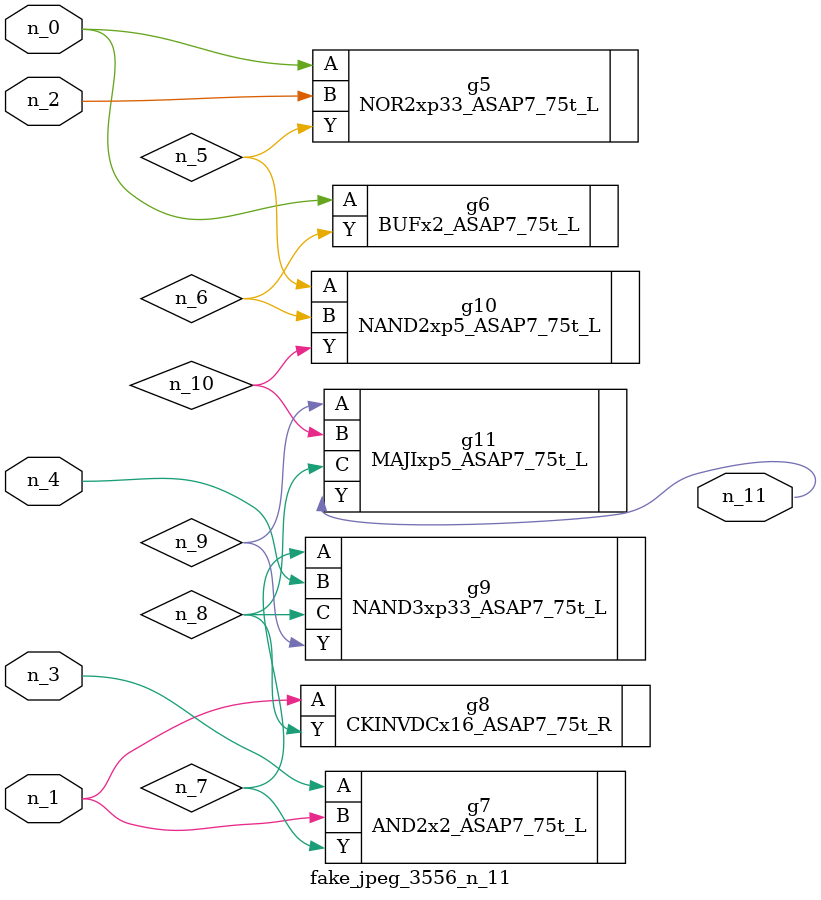
<source format=v>
module fake_jpeg_3556_n_11 (n_3, n_2, n_1, n_0, n_4, n_11);

input n_3;
input n_2;
input n_1;
input n_0;
input n_4;

output n_11;

wire n_10;
wire n_8;
wire n_9;
wire n_6;
wire n_5;
wire n_7;

NOR2xp33_ASAP7_75t_L g5 ( 
.A(n_0),
.B(n_2),
.Y(n_5)
);

BUFx2_ASAP7_75t_L g6 ( 
.A(n_0),
.Y(n_6)
);

AND2x2_ASAP7_75t_L g7 ( 
.A(n_3),
.B(n_1),
.Y(n_7)
);

CKINVDCx16_ASAP7_75t_R g8 ( 
.A(n_1),
.Y(n_8)
);

NAND3xp33_ASAP7_75t_L g9 ( 
.A(n_7),
.B(n_4),
.C(n_8),
.Y(n_9)
);

MAJIxp5_ASAP7_75t_L g11 ( 
.A(n_9),
.B(n_10),
.C(n_8),
.Y(n_11)
);

NAND2xp5_ASAP7_75t_L g10 ( 
.A(n_5),
.B(n_6),
.Y(n_10)
);


endmodule
</source>
